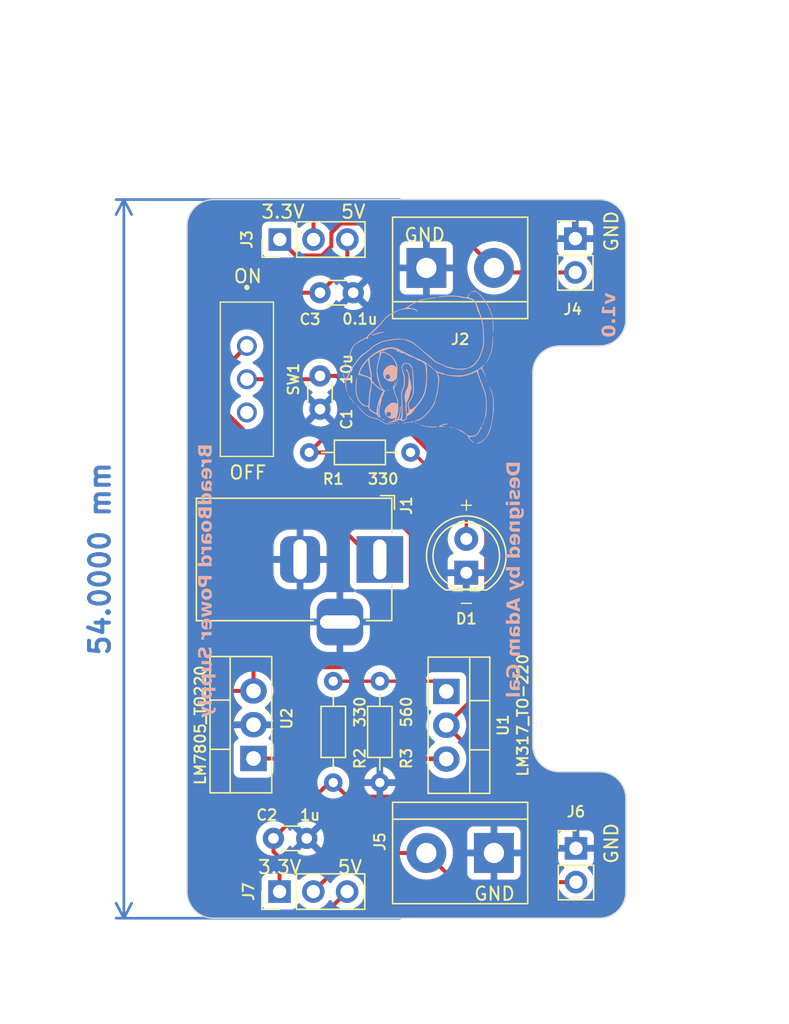
<source format=kicad_pcb>
(kicad_pcb (version 20221018) (generator pcbnew)
  (layers (0 "F.Cu" signal) (31 "B.Cu" signal) (36 "B.SilkS" user "B.Silkscreen") (37 "F.SilkS" user "F.Silkscreen") (38 "B.Mask" user) (39 "F.Mask" user) (44 "Edge.Cuts" user))
  (net 0 "")
  (net 1 "/12V")
  (net 2 "GND")
  (net 3 "/3.3V")
  (net 4 "/5V")
  (net 5 "Net-(D1-A)")
  (net 6 "/PWR_input")
  (net 7 "/PWR_OUT_TOP")
  (net 8 "Net-(U1-ADJ)")
  (net 10 "/PWR_OUT_BOT")
  (footprint "TerminalBlock:TerminalBlock_bornier-2_P5.08mm" (layer "F.Cu") (at 264.58 142.1 180)
    (fp_text reference "J5" (at 8.58 0.85 90 unlocked) (layer "F.SilkS") (effects (font (size 0.8 0.8))))
    (fp_text value "Screw_Terminal_01x02" hide)
    (pad "1" thru_hole rect locked (at 0 0 180) (size 3 3) (drill 1.52) (layers "*.Cu" "*.Mask") (net 2 "GND"))
    (pad "2" thru_hole circle locked (at 5.08 0 180) (size 3 3) (drill 1.52) (layers "*.Cu" "*.Mask") (net 10 "/PWR_OUT_BOT"))
  )
  (footprint "Capacitor_THT:C_Disc_D3.0mm_W1.6mm_P2.50mm" (layer "F.Cu") (at 251.5 106.25 -90)
    (fp_text reference "C1" (at 3.25 -2 90 unlocked) (layer "F.SilkS") (effects (font (size 0.8 0.8))))
    (fp_text value "10u" (at -0.5 -2 90 unlocked) (layer "F.SilkS") (effects (font (size 0.8 0.8))))
    (pad "1" thru_hole circle (at 0 0 270) (size 1.6 1.6) (drill 0.8) (layers "*.Cu" "*.Mask") (net 1 "/12V"))
    (pad "2" thru_hole circle (at 2.5 0 270) (size 1.6 1.6) (drill 0.8) (layers "*.Cu" "*.Mask") (net 2 "GND"))
  )
  (footprint "Connector_PinHeader_2.54mm:PinHeader_1x02_P2.54mm_Vertical" (layer "F.Cu") (at 270.7 95.935)
    (fp_text reference "J4" (at -0.2 5.315 unlocked) (layer "F.SilkS") (effects (font (size 0.8 0.8))))
    (fp_text value "Conn_01x02_Pin" hide)
    (pad "1" thru_hole rect locked (at 0 0) (size 1.7 1.7) (drill 1) (layers "*.Cu" "*.Mask") (net 2 "GND"))
    (pad "2" thru_hole oval locked (at 0 2.54) (size 1.7 1.7) (drill 1) (layers "*.Cu" "*.Mask") (net 7 "/PWR_OUT_TOP"))
  )
  (footprint "Capacitor_THT:C_Disc_D3.0mm_W1.6mm_P2.50mm" (layer "F.Cu") (at 251.5 100)
    (fp_text reference "C3" (at -0.75 2 unlocked) (layer "F.SilkS") (effects (font (size 0.8 0.8))))
    (fp_text value "0.1u" (at 3 1.975 unlocked) (layer "F.SilkS") (effects (font (size 0.8 0.8))))
    (pad "1" thru_hole circle (at 0 0) (size 1.6 1.6) (drill 0.8) (layers "*.Cu" "*.Mask") (net 4 "/5V"))
    (pad "2" thru_hole circle (at 2.5 0) (size 1.6 1.6) (drill 0.8) (layers "*.Cu" "*.Mask") (net 2 "GND"))
  )
  (footprint "Resistor_THT:R_Axial_DIN0204_L3.6mm_D1.6mm_P7.62mm_Horizontal" (layer "F.Cu") (at 256 129.19 -90)
    (fp_text reference "R3" (at 5.81 -2 90 unlocked) (layer "F.SilkS") (effects (font (size 0.8 0.8))))
    (fp_text value "560" (at 2.31 -2 90 unlocked) (layer "F.SilkS") (effects (font (size 0.8 0.8))))
    (pad "1" thru_hole circle (at 0 0 270) (size 1.4 1.4) (drill 0.7) (layers "*.Cu" "*.Mask") (net 8 "Net-(U1-ADJ)"))
    (pad "2" thru_hole oval (at 7.62 0 270) (size 1.4 1.4) (drill 0.7) (layers "*.Cu" "*.Mask") (net 2 "GND"))
  )
  (footprint "Resistor_THT:R_Axial_DIN0204_L3.6mm_D1.6mm_P7.62mm_Horizontal" (layer "F.Cu") (at 252.5 136.81 90)
    (fp_text reference "R2" (at 1.81 2 90 unlocked) (layer "F.SilkS") (effects (font (size 0.8 0.8))))
    (fp_text value "330" (at 5.31 2 90 unlocked) (layer "F.SilkS") (effects (font (size 0.8 0.8))))
    (pad "1" thru_hole circle (at 0 0 90) (size 1.4 1.4) (drill 0.7) (layers "*.Cu" "*.Mask") (net 3 "/3.3V"))
    (pad "2" thru_hole oval (at 7.62 0 90) (size 1.4 1.4) (drill 0.7) (layers "*.Cu" "*.Mask") (net 8 "Net-(U1-ADJ)"))
  )
  (footprint "Package_TO_SOT_THT:TO-220-3_Vertical" (layer "F.Cu") (at 246.5 135 90)
    (fp_text reference "U2" (at 3 2.5 90 unlocked) (layer "F.SilkS") (effects (font (size 0.8 0.8))))
    (fp_text value "LM7805_TO220" (at 2.5 -4 90 unlocked) (layer "F.SilkS") (effects (font (size 0.8 0.8))))
    (pad "1" thru_hole rect (at 0 0 90) (size 1.905 2) (drill 1.1) (layers "*.Cu" "*.Mask") (net 1 "/12V"))
    (pad "2" thru_hole oval (at 2.54 0 90) (size 1.905 2) (drill 1.1) (layers "*.Cu" "*.Mask") (net 2 "GND"))
    (pad "3" thru_hole oval (at 5.08 0 90) (size 1.905 2) (drill 1.1) (layers "*.Cu" "*.Mask") (net 4 "/5V"))
  )
  (footprint "Connector_PinHeader_2.54mm:PinHeader_1x03_P2.54mm_Vertical" (layer "F.Cu") (at 248.475 96 90)
    (fp_text reference "J3" (at 0 -2.475 90 unlocked) (layer "F.SilkS") (effects (font (size 0.8 0.8))))
    (fp_text value "Conn_01x03_Pin" hide)
    (pad "1" thru_hole rect (at 0 0 90) (size 1.7 1.7) (drill 1) (layers "*.Cu" "*.Mask") (net 3 "/3.3V"))
    (pad "2" thru_hole oval (at 0 2.54 90) (size 1.7 1.7) (drill 1) (layers "*.Cu" "*.Mask") (net 7 "/PWR_OUT_TOP"))
    (pad "3" thru_hole oval (at 0 5.08 90) (size 1.7 1.7) (drill 1) (layers "*.Cu" "*.Mask") (net 4 "/5V"))
  )
  (footprint "Connector_BarrelJack:BarrelJack_Horizontal" (layer "F.Cu") (at 256 120.0425)
    (fp_text reference "J1" (at 2 -4.0425 90 unlocked) (layer "F.SilkS") (effects (font (size 0.8 0.8))))
    (fp_text value "Barrel_Jack_Switch" hide)
    (pad "1" thru_hole rect (at 0 0) (size 3.5 3.5) (drill oval 1 3) (layers "*.Cu" "*.Mask") (net 6 "/PWR_input"))
    (pad "2" thru_hole roundrect (at -6 0) (size 3 3.5) (drill oval 1 3) (layers "*.Cu" "*.Mask") (net 2 "GND"))
    (pad "3" thru_hole roundrect (at -3 4.7) (size 3.5 3.5) (drill oval 3 1) (layers "*.Cu" "*.Mask") (net 2 "GND"))
  )
  (footprint "Package_TO_SOT_THT:TO-220-3_Vertical" (layer "F.Cu") (at 261 129.96 -90)
    (fp_text reference "U1" (at 2.54 -4.27 90 unlocked) (layer "F.SilkS") (effects (font (size 0.8 0.8))))
    (fp_text value "LM317_TO-220" (at 1.79 -5.75 90 unlocked) (layer "F.SilkS") (effects (font (size 0.8 0.8))))
    (pad "1" thru_hole rect (at 0 0 270) (size 1.905 2) (drill 1.1) (layers "*.Cu" "*.Mask") (net 8 "Net-(U1-ADJ)"))
    (pad "2" thru_hole oval (at 2.54 0 270) (size 1.905 2) (drill 1.1) (layers "*.Cu" "*.Mask") (net 3 "/3.3V"))
    (pad "3" thru_hole oval (at 5.08 0 270) (size 1.905 2) (drill 1.1) (layers "*.Cu" "*.Mask") (net 1 "/12V"))
  )
  (footprint "Connector_PinHeader_2.54mm:PinHeader_1x02_P2.54mm_Vertical" (layer "F.Cu") (at 270.75 141.75)
    (fp_text reference "J6" (at 0 -2.75 unlocked) (layer "F.SilkS") (effects (font (size 0.8 0.8))))
    (fp_text value "Conn_01x02_Pin" hide)
    (pad "1" thru_hole rect locked (at 0 0) (size 1.7 1.7) (drill 1) (layers "*.Cu" "*.Mask") (net 2 "GND"))
    (pad "2" thru_hole oval locked (at 0 2.54) (size 1.7 1.7) (drill 1) (layers "*.Cu" "*.Mask") (net 10 "/PWR_OUT_BOT"))
  )
  (footprint "TerminalBlock:TerminalBlock_bornier-2_P5.08mm" (layer "F.Cu") (at 259.5 98.135)
    (fp_text reference "J2" (at 2.54 5.365 unlocked) (layer "F.SilkS") (effects (font (size 0.8 0.8))))
    (fp_text value "Screw_Terminal_01x02" hide)
    (pad "1" thru_hole rect locked (at 0 0) (size 3 3) (drill 1.52) (layers "*.Cu" "*.Mask") (net 2 "GND"))
    (pad "2" thru_hole circle locked (at 5.08 0) (size 3 3) (drill 1.52) (layers "*.Cu" "*.Mask") (net 7 "/PWR_OUT_TOP"))
  )
  (footprint "Capacitor_THT:C_Disc_D3.0mm_W1.6mm_P2.50mm" (layer "F.Cu") (at 248 141)
    (fp_text reference "C2" (at -0.5 -1.75 unlocked) (layer "F.SilkS") (effects (font (size 0.8 0.8))))
    (fp_text value "1u" (at 2.75 -1.75 unlocked) (layer "F.SilkS") (effects (font (size 0.8 0.8))))
    (pad "1" thru_hole circle (at 0 0) (size 1.6 1.6) (drill 0.8) (layers "*.Cu" "*.Mask") (net 3 "/3.3V"))
    (pad "2" thru_hole circle (at 2.5 0) (size 1.6 1.6) (drill 0.8) (layers "*.Cu" "*.Mask") (net 2 "GND"))
  )
  (footprint "Resistor_THT:R_Axial_DIN0204_L3.6mm_D1.6mm_P7.62mm_Horizontal" (layer "F.Cu") (at 250.69 112)
    (fp_text reference "R1" (at 1.81 2 unlocked) (layer "F.SilkS") (effects (font (size 0.8 0.8))))
    (fp_text value "330" (at 5.56 2 unlocked) (layer "F.SilkS") (effects (font (size 0.8 0.8))))
    (pad "1" thru_hole circle (at 0 0) (size 1.4 1.4) (drill 0.7) (layers "*.Cu" "*.Mask") (net 1 "/12V"))
    (pad "2" thru_hole oval (at 7.62 0) (size 1.4 1.4) (drill 0.7) (layers "*.Cu" "*.Mask") (net 5 "Net-(D1-A)"))
  )
  (footprint "EG1218:EG1218" (layer "F.Cu") (at 246 104 -90)
    (fp_text reference "SW1" (at 2.5 -3.5 90 unlocked) (layer "F.SilkS") (effects (font (size 0.8 0.8))))
    (fp_text value "EG1218" hide)
    (pad "1" thru_hole circle (at 0 0 270) (size 1.5 1.5) (drill 1) (layers "*.Cu" "*.Mask") (net 6 "/PWR_input"))
    (pad "2" thru_hole circle (at 2.5 0 270) (size 1.5 1.5) (drill 1) (layers "*.Cu" "*.Mask") (net 1 "/12V"))
    (pad "3" thru_hole circle (at 5 0 270) (size 1.5 1.5) (drill 1) (layers "*.Cu" "*.Mask"))
  )
  (footprint "Connector_PinHeader_2.54mm:PinHeader_1x03_P2.54mm_Vertical" (layer "F.Cu") (at 248.46 145 90)
    (fp_text reference "J7" (at 0 -2.33 90 unlocked) (layer "F.SilkS") (effects (font (size 0.8 0.8))))
    (fp_text value "Conn_01x03_Pin" hide)
    (pad "1" thru_hole rect (at 0 0 90) (size 1.7 1.7) (drill 1) (layers "*.Cu" "*.Mask") (net 3 "/3.3V"))
    (pad "2" thru_hole oval (at 0 2.54 90) (size 1.7 1.7) (drill 1) (layers "*.Cu" "*.Mask") (net 10 "/PWR_OUT_BOT"))
    (pad "3" thru_hole oval (at 0 5.08 90) (size 1.7 1.7) (drill 1) (layers "*.Cu" "*.Mask") (net 4 "/5V"))
  )
  (footprint "LED_THT:LED_D5.0mm" (layer "F.Cu") (at 262.5 121.04 90)
    (fp_text reference "D1" (at -3.46 0 unlocked) (layer "F.SilkS") (effects (font (size 0.8 0.8))))
    (fp_text value "LED" hide)
    (pad "1" thru_hole rect (at 0 0 90) (size 1.8 1.8) (drill 0.9) (layers "*.Cu" "*.Mask") (net 2 "GND"))
    (pad "2" thru_hole circle (at 2.54 0 90) (size 1.8 1.8) (drill 0.9) (layers "*.Cu" "*.Mask") (net 5 "Net-(D1-A)"))
  )
  (footprint "LOGO" (layer "B.Cu") (at 258.9 105.6 -90)
    (fp_text reference "G***" hide)
    (fp_text value "LOGO" hide)
  )
  (gr_arc (start 274.5 102) (mid 273.914214 103.414214) (end 272.5 104) (stroke (width 0.1)) (layer "Edge.Cuts"))
  (gr_line (start 272.5 147) (end 243.5 147) (stroke (width 0.1)) (layer "Edge.Cuts"))
  (gr_line (start 269.5 136) (end 272.5 136) (stroke (width 0.1)) (layer "Edge.Cuts"))
  (gr_arc (start 274.5 145) (mid 273.914214 146.414214) (end 272.5 147) (stroke (width 0.1)) (layer "Edge.Cuts"))
  (gr_arc (start 267.5 106) (mid 268.085786 104.585786) (end 269.5 104) (stroke (width 0.1)) (layer "Edge.Cuts"))
  (gr_arc (start 272.5 136) (mid 273.914214 136.585786) (end 274.5 138) (stroke (width 0.1)) (layer "Edge.Cuts"))
  (gr_line (start 274.5 138) (end 274.5 145) (stroke (width 0.1)) (layer "Edge.Cuts"))
  (gr_line (start 241.5 145) (end 241.5 95) (stroke (width 0.1)) (layer "Edge.Cuts"))
  (gr_line (start 243.5 93) (end 272.5 93) (stroke (width 0.1)) (layer "Edge.Cuts"))
  (gr_arc (start 241.5 95) (mid 242.085786 93.585786) (end 243.5 93) (stroke (width 0.1)) (layer "Edge.Cuts"))
  (gr_arc (start 269.5 136) (mid 268.085786 135.414214) (end 267.5 134) (stroke (width 0.1)) (layer "Edge.Cuts"))
  (gr_arc (start 272.5 93) (mid 273.914214 93.585786) (end 274.5 95) (stroke (width 0.1)) (layer "Edge.Cuts"))
  (gr_arc (start 243.5 147) (mid 242.085786 146.414214) (end 241.5 145) (stroke (width 0.1)) (layer "Edge.Cuts"))
  (gr_line (start 272.5 104) (end 269.5 104) (stroke (width 0.1)) (layer "Edge.Cuts"))
  (gr_line (start 274.5 95) (end 274.5 102) (stroke (width 0.1)) (layer "Edge.Cuts"))
  (gr_line (start 267.5 106) (end 267.5 134) (stroke (width 0.1)) (layer "Edge.Cuts"))
  (gr_text "v1.0" (at 273.875 99.975 90) (layer "B.SilkS") (effects (font (size 1 1) (thickness 0.1)) (justify left bottom mirror)))
  (gr_text "Designed by Adam Gal" (at 266.7 112.645464 90) (layer "B.SilkS") (effects (font (size 1 1) (thickness 0.125)) (justify left bottom mirror)))
  (gr_text "BreadBoard Power Supply" (at 243.525 111.35 90) (layer "B.SilkS") (effects (font (size 1 1)) (justify left bottom mirror)))
  (gr_text "ON" (at 244.925 99.35) (layer "F.SilkS") (effects (font (size 1 1)) (justify left bottom)))
  (gr_text "3.3V" (at 246.75 143.75) (layer "F.SilkS") (effects (font (size 1 1)) (justify left bottom)))
  (gr_text "GND" (at 263 145.75) (layer "F.SilkS") (effects (font (size 1 1)) (justify left bottom)))
  (gr_text "5V" (at 252.75 143.75) (layer "F.SilkS") (effects (font (size 1 1)) (justify left bottom)))
  (gr_text "-" (at 261.825 123.85) (layer "F.SilkS") (effects (font (size 1 1) (thickness 0.1)) (justify left bottom)))
  (gr_text "OFF" (at 244.591667 114.1) (layer "F.SilkS") (effects (font (size 1 1)) (justify left bottom)))
  (gr_text "GND" (at 257.75 96.25) (layer "F.SilkS") (effects (font (size 1 1)) (justify left bottom)))
  (gr_text "GND" (at 274 97 90) (layer "F.SilkS") (effects (font (size 1 1)) (justify left bottom)))
  (gr_text "+" (at 261.825 116.475) (layer "F.SilkS") (effects (font (size 1 1) (thickness 0.1)) (justify left bottom)))
  (gr_text "GND" (at 274 143 90) (layer "F.SilkS") (effects (font (size 1 1)) (justify left bottom)))
  (gr_text "5V" (at 253 94.5) (layer "F.SilkS") (effects (font (size 1 1)) (justify left bottom)))
  (gr_text "3.3V" (at 247 94.5) (layer "F.SilkS") (effects (font (size 1 1)) (justify left bottom)))
  (dimension (type orthogonal) (layer "B.Cu") (pts (xy 258 147) (xy 258 93)) (height -21.25) (orientation 1) (gr_text "54.0000 mm" (at 234.95 120 90) (layer "B.Cu") (effects (font (size 1.5 1.5) (thickness 0.3)))) (format (prefix "") (suffix "") (units 3) (units_format 1) (precision 4)) (style (thickness 0.2) (arrow_length 1.27) (text_position_mode 0) (extension_height 0.58642) (extension_offset 0.5) keep_text_aligned))
  (segment (start 250.69 112) (end 252.1575 112) (width 0.3) (layer "F.Cu") (net 1))
  (segment (start 251.5 106.25) (end 252.75 106.25) (width 0.3) (layer "F.Cu") (net 1))
  (segment (start 258.32875 118.17125) (end 258.32875 124.67125) (width 0.3) (layer "F.Cu") (net 1))
  (segment (start 246.5 135) (end 249 135) (width 0.3) (layer "F.Cu") (net 1))
  (segment (start 254.86 128.14) (end 251.36 128.14) (width 0.3) (layer "F.Cu") (net 1))
  (segment (start 250 134) (end 249 135) (width 0.3) (layer "F.Cu") (net 1))
  (segment (start 252.75 106.25) (end 253.5 107) (width 0.3) (layer "F.Cu") (net 1))
  (segment (start 259.5 135.04) (end 259.5 135) (width 0.3) (layer "F.Cu") (net 1))
  (segment (start 260.96 135) (end 261 135.04) (width 0.3) (layer "F.Cu") (net 1))
  (segment (start 250 129.5) (end 250 134) (width 0.3) (layer "F.Cu") (net 1))
  (segment (start 259.5 135.04) (end 261 135.04) (width 0.3) (layer "F.Cu") (net 1))
  (segment (start 251.36 128.14) (end 250 129.5) (width 0.3) (layer "F.Cu") (net 1))
  (segment (start 253.5 107) (end 253.5 109.19) (width 0.3) (layer "F.Cu") (net 1))
  (segment (start 252.1575 112) (end 258.32875 118.17125) (width 0.3) (layer "F.Cu") (net 1))
  (segment (start 249 135) (end 258.5 135) (width 0.3) (layer "F.Cu") (net 1))
  (segment (start 246 106.5) (end 251.25 106.5) (width 0.3) (layer "F.Cu") (net 1))
  (segment (start 251.25 106.5) (end 251.5 106.25) (width 0.3) (layer "F.Cu") (net 1))
  (segment (start 258.5 135) (end 260.96 135) (width 0.3) (layer "F.Cu") (net 1))
  (segment (start 253.5 109.19) (end 250.69 112) (width 0.3) (layer "F.Cu") (net 1))
  (segment (start 258.32875 124.67125) (end 254.86 128.14) (width 0.3) (layer "F.Cu") (net 1))
  (segment (start 257.26 97.26) (end 257.26 109.465075) (width 0.3) (layer "F.Cu") (net 3))
  (segment (start 252.355 96.497057) (end 252.355 95.502943) (width 0.3) (layer "F.Cu") (net 3))
  (segment (start 263 135.5) (end 263 134.5) (width 0.3) (layer "F.Cu") (net 3))
  (segment (start 248 142) (end 248 141) (width 0.3) (layer "F.Cu") (net 3))
  (segment (start 254.8 94.8) (end 257.26 97.26) (width 0.3) (layer "F.Cu") (net 3))
  (segment (start 252.5 136.81) (end 253.55 137.86) (width 0.3) (layer "F.Cu") (net 3))
  (segment (start 264 129.5) (end 261 132.5) (width 0.3) (layer "F.Cu") (net 3))
  (segment (start 253.55 137.86) (end 260.64 137.86) (width 0.3) (layer "F.Cu") (net 3))
  (segment (start 252.355 95.502943) (end 253.057943 94.8) (width 0.3) (layer "F.Cu") (net 3))
  (segment (start 248 142) (end 248.46 142.46) (width 0.3) (layer "F.Cu") (net 3))
  (segment (start 253.057943 94.8) (end 254.8 94.8) (width 0.3) (layer "F.Cu") (net 3))
  (segment (start 257.26 109.465075) (end 264 116.205075) (width 0.3) (layer "F.Cu") (net 3))
  (segment (start 264 116.205075) (end 264 129.5) (width 0.3) (layer "F.Cu") (net 3))
  (segment (start 263 134.5) (end 261 132.5) (width 0.3) (layer "F.Cu") (net 3))
  (segment (start 260.64 137.86) (end 263 135.5) (width 0.3) (layer "F.Cu") (net 3))
  (segment (start 248.475 96) (end 249.675 97.2) (width 0.3) (layer "F.Cu") (net 3))
  (segment (start 252.19 136.81) (end 252.5 136.81) (width 0.3) (layer "F.Cu") (net 3))
  (segment (start 248 141) (end 252.19 136.81) (width 0.3) (layer "F.Cu") (net 3))
  (segment (start 251.652057 97.2) (end 252.355 96.497057) (width 0.3) (layer "F.Cu") (net 3))
  (segment (start 249.675 97.2) (end 251.652057 97.2) (width 0.3) (layer "F.Cu") (net 3))
  (segment (start 248.46 142.46) (end 248.46 145) (width 0.3) (layer "F.Cu") (net 3))
  (segment (start 243.5 101) (end 243.5 111.5) (width 0.3) (layer "F.Cu") (net 4))
  (segment (start 247 146.5) (end 243 142.5) (width 0.3) (layer "F.Cu") (net 4))
  (segment (start 253.555 97.945) (end 251.5 100) (width 0.3) (layer "F.Cu") (net 4))
  (segment (start 243 131) (end 244.08 129.92) (width 0.3) (layer "F.Cu") (net 4))
  (segment (start 243 142.5) (end 243 131) (width 0.3) (layer "F.Cu") (net 4))
  (segment (start 253.555 96) (end 253.555 97.945) (width 0.3) (layer "F.Cu") (net 4))
  (segment (start 244.08 129.92) (end 246.5 129.92) (width 0.3) (layer "F.Cu") (net 4))
  (segment (start 243.5 111.5) (end 246.5 114.5) (width 0.3) (layer "F.Cu") (net 4))
  (segment (start 251.5 100) (end 244.5 100) (width 0.3) (layer "F.Cu") (net 4))
  (segment (start 244.5 100) (end 243.5 101) (width 0.3) (layer "F.Cu") (net 4))
  (segment (start 253.54 145) (end 252.04 146.5) (width 0.3) (layer "F.Cu") (net 4))
  (segment (start 252.04 146.5) (end 247 146.5) (width 0.3) (layer "F.Cu") (net 4))
  (segment (start 246.5 114.5) (end 246.5 129.92) (width 0.3) (layer "F.Cu") (net 4))
  (segment (start 258.5 112) (end 262.5 116) (width 0.25) (layer "F.Cu") (net 5))
  (segment (start 258.31 112) (end 258.5 112) (width 0.25) (layer "F.Cu") (net 5))
  (segment (start 262.5 116) (end 262.5 118.5) (width 0.25) (layer "F.Cu") (net 5))
  (segment (start 246 104) (end 244.5 105.5) (width 0.3) (layer "F.Cu") (net 6))
  (segment (start 244.5 109.055635) (end 255.486865 120.0425) (width 0.3) (layer "F.Cu") (net 6))
  (segment (start 255.486865 120.0425) (end 256 120.0425) (width 0.3) (layer "F.Cu") (net 6))
  (segment (start 244.5 105.5) (end 244.5 109.055635) (width 0.3) (layer "F.Cu") (net 6))
  (segment (start 251.015 96) (end 251.015 94.235) (width 0.3) (layer "F.Cu") (net 7))
  (segment (start 265.42 98.475) (end 265.08 98.135) (width 0.3) (layer "F.Cu") (net 7))
  (segment (start 251.015 94.235) (end 251.25 94) (width 0.3) (layer "F.Cu") (net 7))
  (segment (start 270.7 98.475) (end 265.42 98.475) (width 0.3) (layer "F.Cu") (net 7))
  (segment (start 251.25 94) (end 260.445 94) (width 0.3) (layer "F.Cu") (net 7))
  (segment (start 260.445 94) (end 264.226447 97.781447) (width 0.3) (layer "F.Cu") (net 7))
  (segment (start 252.5 129.19) (end 256 129.19) (width 0.25) (layer "F.Cu") (net 8))
  (segment (start 260.23 129.19) (end 261 129.96) (width 0.25) (layer "F.Cu") (net 8))
  (segment (start 256 129.19) (end 260.23 129.19) (width 0.25) (layer "F.Cu") (net 8))
  (segment (start 270.75 144.29) (end 261.69 144.29) (width 0.3) (layer "F.Cu") (net 10))
  (segment (start 251 145) (end 253.9 142.1) (width 0.3) (layer "F.Cu") (net 10))
  (segment (start 253.9 142.1) (end 259.5 142.1) (width 0.3) (layer "F.Cu") (net 10))
  (segment (start 261.69 144.29) (end 259.5 142.1) (width 0.3) (layer "F.Cu") (net 10))
  (zone (net 2) (net_name "GND") (layer "F.Cu") (connect_pads (clearance 0.5)) (min_thickness 0.25) (fill yes (thermal_gap 0.5) (thermal_bridge_width 0.5))
    (polygon (pts (xy 237.5 92) (xy 283 92) (xy 283 149.5) (xy 237.5 149.5)))
  )
  (zone (net 2) (net_name "GND") (layer "B.Cu") (priority 1) (connect_pads (clearance 0.5)) (min_thickness 0.25) (fill yes (thermal_gap 0.5) (thermal_bridge_width 0.5))
    (polygon (pts (xy 237.5 92) (xy 283 92) (xy 283 149.5) (xy 237.5 149.5)))
  )
)
</source>
